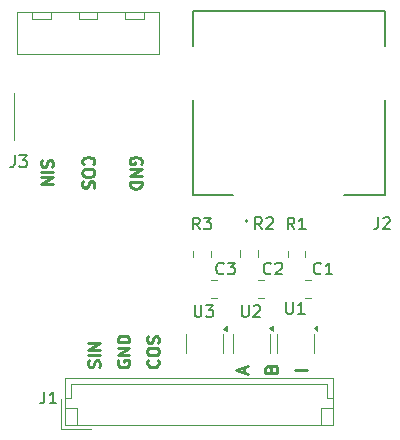
<source format=gbr>
%TF.GenerationSoftware,KiCad,Pcbnew,8.0.5*%
%TF.CreationDate,2024-12-09T20:18:44-08:00*%
%TF.ProjectId,Motor_Adapt_C,4d6f746f-725f-4416-9461-70745f432e6b,rev?*%
%TF.SameCoordinates,Original*%
%TF.FileFunction,Legend,Top*%
%TF.FilePolarity,Positive*%
%FSLAX46Y46*%
G04 Gerber Fmt 4.6, Leading zero omitted, Abs format (unit mm)*
G04 Created by KiCad (PCBNEW 8.0.5) date 2024-12-09 20:18:44*
%MOMM*%
%LPD*%
G01*
G04 APERTURE LIST*
%ADD10C,0.250000*%
%ADD11C,0.150000*%
%ADD12C,0.120000*%
%ADD13C,0.127000*%
%ADD14C,0.200000*%
G04 APERTURE END LIST*
D10*
X48578904Y-75395050D02*
X48578904Y-74918860D01*
X48864619Y-75490288D02*
X47864619Y-75156955D01*
X47864619Y-75156955D02*
X48864619Y-74823622D01*
X31433000Y-57354949D02*
X31385380Y-57497806D01*
X31385380Y-57497806D02*
X31385380Y-57735901D01*
X31385380Y-57735901D02*
X31433000Y-57831139D01*
X31433000Y-57831139D02*
X31480619Y-57878758D01*
X31480619Y-57878758D02*
X31575857Y-57926377D01*
X31575857Y-57926377D02*
X31671095Y-57926377D01*
X31671095Y-57926377D02*
X31766333Y-57878758D01*
X31766333Y-57878758D02*
X31813952Y-57831139D01*
X31813952Y-57831139D02*
X31861571Y-57735901D01*
X31861571Y-57735901D02*
X31909190Y-57545425D01*
X31909190Y-57545425D02*
X31956809Y-57450187D01*
X31956809Y-57450187D02*
X32004428Y-57402568D01*
X32004428Y-57402568D02*
X32099666Y-57354949D01*
X32099666Y-57354949D02*
X32194904Y-57354949D01*
X32194904Y-57354949D02*
X32290142Y-57402568D01*
X32290142Y-57402568D02*
X32337761Y-57450187D01*
X32337761Y-57450187D02*
X32385380Y-57545425D01*
X32385380Y-57545425D02*
X32385380Y-57783520D01*
X32385380Y-57783520D02*
X32337761Y-57926377D01*
X31385380Y-58354949D02*
X32385380Y-58354949D01*
X31385380Y-58831139D02*
X32385380Y-58831139D01*
X32385380Y-58831139D02*
X31385380Y-59402567D01*
X31385380Y-59402567D02*
X32385380Y-59402567D01*
X53864619Y-75097431D02*
X52864619Y-75097431D01*
X41269380Y-74276003D02*
X41317000Y-74323622D01*
X41317000Y-74323622D02*
X41364619Y-74466479D01*
X41364619Y-74466479D02*
X41364619Y-74561717D01*
X41364619Y-74561717D02*
X41317000Y-74704574D01*
X41317000Y-74704574D02*
X41221761Y-74799812D01*
X41221761Y-74799812D02*
X41126523Y-74847431D01*
X41126523Y-74847431D02*
X40936047Y-74895050D01*
X40936047Y-74895050D02*
X40793190Y-74895050D01*
X40793190Y-74895050D02*
X40602714Y-74847431D01*
X40602714Y-74847431D02*
X40507476Y-74799812D01*
X40507476Y-74799812D02*
X40412238Y-74704574D01*
X40412238Y-74704574D02*
X40364619Y-74561717D01*
X40364619Y-74561717D02*
X40364619Y-74466479D01*
X40364619Y-74466479D02*
X40412238Y-74323622D01*
X40412238Y-74323622D02*
X40459857Y-74276003D01*
X40364619Y-73656955D02*
X40364619Y-73466479D01*
X40364619Y-73466479D02*
X40412238Y-73371241D01*
X40412238Y-73371241D02*
X40507476Y-73276003D01*
X40507476Y-73276003D02*
X40697952Y-73228384D01*
X40697952Y-73228384D02*
X41031285Y-73228384D01*
X41031285Y-73228384D02*
X41221761Y-73276003D01*
X41221761Y-73276003D02*
X41317000Y-73371241D01*
X41317000Y-73371241D02*
X41364619Y-73466479D01*
X41364619Y-73466479D02*
X41364619Y-73656955D01*
X41364619Y-73656955D02*
X41317000Y-73752193D01*
X41317000Y-73752193D02*
X41221761Y-73847431D01*
X41221761Y-73847431D02*
X41031285Y-73895050D01*
X41031285Y-73895050D02*
X40697952Y-73895050D01*
X40697952Y-73895050D02*
X40507476Y-73847431D01*
X40507476Y-73847431D02*
X40412238Y-73752193D01*
X40412238Y-73752193D02*
X40364619Y-73656955D01*
X41317000Y-72847431D02*
X41364619Y-72704574D01*
X41364619Y-72704574D02*
X41364619Y-72466479D01*
X41364619Y-72466479D02*
X41317000Y-72371241D01*
X41317000Y-72371241D02*
X41269380Y-72323622D01*
X41269380Y-72323622D02*
X41174142Y-72276003D01*
X41174142Y-72276003D02*
X41078904Y-72276003D01*
X41078904Y-72276003D02*
X40983666Y-72323622D01*
X40983666Y-72323622D02*
X40936047Y-72371241D01*
X40936047Y-72371241D02*
X40888428Y-72466479D01*
X40888428Y-72466479D02*
X40840809Y-72656955D01*
X40840809Y-72656955D02*
X40793190Y-72752193D01*
X40793190Y-72752193D02*
X40745571Y-72799812D01*
X40745571Y-72799812D02*
X40650333Y-72847431D01*
X40650333Y-72847431D02*
X40555095Y-72847431D01*
X40555095Y-72847431D02*
X40459857Y-72799812D01*
X40459857Y-72799812D02*
X40412238Y-72752193D01*
X40412238Y-72752193D02*
X40364619Y-72656955D01*
X40364619Y-72656955D02*
X40364619Y-72418860D01*
X40364619Y-72418860D02*
X40412238Y-72276003D01*
X37912238Y-74323622D02*
X37864619Y-74418860D01*
X37864619Y-74418860D02*
X37864619Y-74561717D01*
X37864619Y-74561717D02*
X37912238Y-74704574D01*
X37912238Y-74704574D02*
X38007476Y-74799812D01*
X38007476Y-74799812D02*
X38102714Y-74847431D01*
X38102714Y-74847431D02*
X38293190Y-74895050D01*
X38293190Y-74895050D02*
X38436047Y-74895050D01*
X38436047Y-74895050D02*
X38626523Y-74847431D01*
X38626523Y-74847431D02*
X38721761Y-74799812D01*
X38721761Y-74799812D02*
X38817000Y-74704574D01*
X38817000Y-74704574D02*
X38864619Y-74561717D01*
X38864619Y-74561717D02*
X38864619Y-74466479D01*
X38864619Y-74466479D02*
X38817000Y-74323622D01*
X38817000Y-74323622D02*
X38769380Y-74276003D01*
X38769380Y-74276003D02*
X38436047Y-74276003D01*
X38436047Y-74276003D02*
X38436047Y-74466479D01*
X38864619Y-73847431D02*
X37864619Y-73847431D01*
X37864619Y-73847431D02*
X38864619Y-73276003D01*
X38864619Y-73276003D02*
X37864619Y-73276003D01*
X38864619Y-72799812D02*
X37864619Y-72799812D01*
X37864619Y-72799812D02*
X37864619Y-72561717D01*
X37864619Y-72561717D02*
X37912238Y-72418860D01*
X37912238Y-72418860D02*
X38007476Y-72323622D01*
X38007476Y-72323622D02*
X38102714Y-72276003D01*
X38102714Y-72276003D02*
X38293190Y-72228384D01*
X38293190Y-72228384D02*
X38436047Y-72228384D01*
X38436047Y-72228384D02*
X38626523Y-72276003D01*
X38626523Y-72276003D02*
X38721761Y-72323622D01*
X38721761Y-72323622D02*
X38817000Y-72418860D01*
X38817000Y-72418860D02*
X38864619Y-72561717D01*
X38864619Y-72561717D02*
X38864619Y-72799812D01*
X39837761Y-57676377D02*
X39885380Y-57581139D01*
X39885380Y-57581139D02*
X39885380Y-57438282D01*
X39885380Y-57438282D02*
X39837761Y-57295425D01*
X39837761Y-57295425D02*
X39742523Y-57200187D01*
X39742523Y-57200187D02*
X39647285Y-57152568D01*
X39647285Y-57152568D02*
X39456809Y-57104949D01*
X39456809Y-57104949D02*
X39313952Y-57104949D01*
X39313952Y-57104949D02*
X39123476Y-57152568D01*
X39123476Y-57152568D02*
X39028238Y-57200187D01*
X39028238Y-57200187D02*
X38933000Y-57295425D01*
X38933000Y-57295425D02*
X38885380Y-57438282D01*
X38885380Y-57438282D02*
X38885380Y-57533520D01*
X38885380Y-57533520D02*
X38933000Y-57676377D01*
X38933000Y-57676377D02*
X38980619Y-57723996D01*
X38980619Y-57723996D02*
X39313952Y-57723996D01*
X39313952Y-57723996D02*
X39313952Y-57533520D01*
X38885380Y-58152568D02*
X39885380Y-58152568D01*
X39885380Y-58152568D02*
X38885380Y-58723996D01*
X38885380Y-58723996D02*
X39885380Y-58723996D01*
X38885380Y-59200187D02*
X39885380Y-59200187D01*
X39885380Y-59200187D02*
X39885380Y-59438282D01*
X39885380Y-59438282D02*
X39837761Y-59581139D01*
X39837761Y-59581139D02*
X39742523Y-59676377D01*
X39742523Y-59676377D02*
X39647285Y-59723996D01*
X39647285Y-59723996D02*
X39456809Y-59771615D01*
X39456809Y-59771615D02*
X39313952Y-59771615D01*
X39313952Y-59771615D02*
X39123476Y-59723996D01*
X39123476Y-59723996D02*
X39028238Y-59676377D01*
X39028238Y-59676377D02*
X38933000Y-59581139D01*
X38933000Y-59581139D02*
X38885380Y-59438282D01*
X38885380Y-59438282D02*
X38885380Y-59200187D01*
X34980619Y-57723996D02*
X34933000Y-57676377D01*
X34933000Y-57676377D02*
X34885380Y-57533520D01*
X34885380Y-57533520D02*
X34885380Y-57438282D01*
X34885380Y-57438282D02*
X34933000Y-57295425D01*
X34933000Y-57295425D02*
X35028238Y-57200187D01*
X35028238Y-57200187D02*
X35123476Y-57152568D01*
X35123476Y-57152568D02*
X35313952Y-57104949D01*
X35313952Y-57104949D02*
X35456809Y-57104949D01*
X35456809Y-57104949D02*
X35647285Y-57152568D01*
X35647285Y-57152568D02*
X35742523Y-57200187D01*
X35742523Y-57200187D02*
X35837761Y-57295425D01*
X35837761Y-57295425D02*
X35885380Y-57438282D01*
X35885380Y-57438282D02*
X35885380Y-57533520D01*
X35885380Y-57533520D02*
X35837761Y-57676377D01*
X35837761Y-57676377D02*
X35790142Y-57723996D01*
X35885380Y-58343044D02*
X35885380Y-58533520D01*
X35885380Y-58533520D02*
X35837761Y-58628758D01*
X35837761Y-58628758D02*
X35742523Y-58723996D01*
X35742523Y-58723996D02*
X35552047Y-58771615D01*
X35552047Y-58771615D02*
X35218714Y-58771615D01*
X35218714Y-58771615D02*
X35028238Y-58723996D01*
X35028238Y-58723996D02*
X34933000Y-58628758D01*
X34933000Y-58628758D02*
X34885380Y-58533520D01*
X34885380Y-58533520D02*
X34885380Y-58343044D01*
X34885380Y-58343044D02*
X34933000Y-58247806D01*
X34933000Y-58247806D02*
X35028238Y-58152568D01*
X35028238Y-58152568D02*
X35218714Y-58104949D01*
X35218714Y-58104949D02*
X35552047Y-58104949D01*
X35552047Y-58104949D02*
X35742523Y-58152568D01*
X35742523Y-58152568D02*
X35837761Y-58247806D01*
X35837761Y-58247806D02*
X35885380Y-58343044D01*
X34933000Y-59152568D02*
X34885380Y-59295425D01*
X34885380Y-59295425D02*
X34885380Y-59533520D01*
X34885380Y-59533520D02*
X34933000Y-59628758D01*
X34933000Y-59628758D02*
X34980619Y-59676377D01*
X34980619Y-59676377D02*
X35075857Y-59723996D01*
X35075857Y-59723996D02*
X35171095Y-59723996D01*
X35171095Y-59723996D02*
X35266333Y-59676377D01*
X35266333Y-59676377D02*
X35313952Y-59628758D01*
X35313952Y-59628758D02*
X35361571Y-59533520D01*
X35361571Y-59533520D02*
X35409190Y-59343044D01*
X35409190Y-59343044D02*
X35456809Y-59247806D01*
X35456809Y-59247806D02*
X35504428Y-59200187D01*
X35504428Y-59200187D02*
X35599666Y-59152568D01*
X35599666Y-59152568D02*
X35694904Y-59152568D01*
X35694904Y-59152568D02*
X35790142Y-59200187D01*
X35790142Y-59200187D02*
X35837761Y-59247806D01*
X35837761Y-59247806D02*
X35885380Y-59343044D01*
X35885380Y-59343044D02*
X35885380Y-59581139D01*
X35885380Y-59581139D02*
X35837761Y-59723996D01*
X36317000Y-74895050D02*
X36364619Y-74752193D01*
X36364619Y-74752193D02*
X36364619Y-74514098D01*
X36364619Y-74514098D02*
X36317000Y-74418860D01*
X36317000Y-74418860D02*
X36269380Y-74371241D01*
X36269380Y-74371241D02*
X36174142Y-74323622D01*
X36174142Y-74323622D02*
X36078904Y-74323622D01*
X36078904Y-74323622D02*
X35983666Y-74371241D01*
X35983666Y-74371241D02*
X35936047Y-74418860D01*
X35936047Y-74418860D02*
X35888428Y-74514098D01*
X35888428Y-74514098D02*
X35840809Y-74704574D01*
X35840809Y-74704574D02*
X35793190Y-74799812D01*
X35793190Y-74799812D02*
X35745571Y-74847431D01*
X35745571Y-74847431D02*
X35650333Y-74895050D01*
X35650333Y-74895050D02*
X35555095Y-74895050D01*
X35555095Y-74895050D02*
X35459857Y-74847431D01*
X35459857Y-74847431D02*
X35412238Y-74799812D01*
X35412238Y-74799812D02*
X35364619Y-74704574D01*
X35364619Y-74704574D02*
X35364619Y-74466479D01*
X35364619Y-74466479D02*
X35412238Y-74323622D01*
X36364619Y-73895050D02*
X35364619Y-73895050D01*
X36364619Y-73418860D02*
X35364619Y-73418860D01*
X35364619Y-73418860D02*
X36364619Y-72847432D01*
X36364619Y-72847432D02*
X35364619Y-72847432D01*
X50840809Y-75014098D02*
X50888428Y-74871241D01*
X50888428Y-74871241D02*
X50936047Y-74823622D01*
X50936047Y-74823622D02*
X51031285Y-74776003D01*
X51031285Y-74776003D02*
X51174142Y-74776003D01*
X51174142Y-74776003D02*
X51269380Y-74823622D01*
X51269380Y-74823622D02*
X51317000Y-74871241D01*
X51317000Y-74871241D02*
X51364619Y-74966479D01*
X51364619Y-74966479D02*
X51364619Y-75347431D01*
X51364619Y-75347431D02*
X50364619Y-75347431D01*
X50364619Y-75347431D02*
X50364619Y-75014098D01*
X50364619Y-75014098D02*
X50412238Y-74918860D01*
X50412238Y-74918860D02*
X50459857Y-74871241D01*
X50459857Y-74871241D02*
X50555095Y-74823622D01*
X50555095Y-74823622D02*
X50650333Y-74823622D01*
X50650333Y-74823622D02*
X50745571Y-74871241D01*
X50745571Y-74871241D02*
X50793190Y-74918860D01*
X50793190Y-74918860D02*
X50840809Y-75014098D01*
X50840809Y-75014098D02*
X50840809Y-75347431D01*
D11*
X52833333Y-63224819D02*
X52500000Y-62748628D01*
X52261905Y-63224819D02*
X52261905Y-62224819D01*
X52261905Y-62224819D02*
X52642857Y-62224819D01*
X52642857Y-62224819D02*
X52738095Y-62272438D01*
X52738095Y-62272438D02*
X52785714Y-62320057D01*
X52785714Y-62320057D02*
X52833333Y-62415295D01*
X52833333Y-62415295D02*
X52833333Y-62558152D01*
X52833333Y-62558152D02*
X52785714Y-62653390D01*
X52785714Y-62653390D02*
X52738095Y-62701009D01*
X52738095Y-62701009D02*
X52642857Y-62748628D01*
X52642857Y-62748628D02*
X52261905Y-62748628D01*
X53785714Y-63224819D02*
X53214286Y-63224819D01*
X53500000Y-63224819D02*
X53500000Y-62224819D01*
X53500000Y-62224819D02*
X53404762Y-62367676D01*
X53404762Y-62367676D02*
X53309524Y-62462914D01*
X53309524Y-62462914D02*
X53214286Y-62510533D01*
X46833333Y-66949580D02*
X46785714Y-66997200D01*
X46785714Y-66997200D02*
X46642857Y-67044819D01*
X46642857Y-67044819D02*
X46547619Y-67044819D01*
X46547619Y-67044819D02*
X46404762Y-66997200D01*
X46404762Y-66997200D02*
X46309524Y-66901961D01*
X46309524Y-66901961D02*
X46261905Y-66806723D01*
X46261905Y-66806723D02*
X46214286Y-66616247D01*
X46214286Y-66616247D02*
X46214286Y-66473390D01*
X46214286Y-66473390D02*
X46261905Y-66282914D01*
X46261905Y-66282914D02*
X46309524Y-66187676D01*
X46309524Y-66187676D02*
X46404762Y-66092438D01*
X46404762Y-66092438D02*
X46547619Y-66044819D01*
X46547619Y-66044819D02*
X46642857Y-66044819D01*
X46642857Y-66044819D02*
X46785714Y-66092438D01*
X46785714Y-66092438D02*
X46833333Y-66140057D01*
X47166667Y-66044819D02*
X47785714Y-66044819D01*
X47785714Y-66044819D02*
X47452381Y-66425771D01*
X47452381Y-66425771D02*
X47595238Y-66425771D01*
X47595238Y-66425771D02*
X47690476Y-66473390D01*
X47690476Y-66473390D02*
X47738095Y-66521009D01*
X47738095Y-66521009D02*
X47785714Y-66616247D01*
X47785714Y-66616247D02*
X47785714Y-66854342D01*
X47785714Y-66854342D02*
X47738095Y-66949580D01*
X47738095Y-66949580D02*
X47690476Y-66997200D01*
X47690476Y-66997200D02*
X47595238Y-67044819D01*
X47595238Y-67044819D02*
X47309524Y-67044819D01*
X47309524Y-67044819D02*
X47214286Y-66997200D01*
X47214286Y-66997200D02*
X47166667Y-66949580D01*
X59916666Y-62204819D02*
X59916666Y-62919104D01*
X59916666Y-62919104D02*
X59869047Y-63061961D01*
X59869047Y-63061961D02*
X59773809Y-63157200D01*
X59773809Y-63157200D02*
X59630952Y-63204819D01*
X59630952Y-63204819D02*
X59535714Y-63204819D01*
X60345238Y-62300057D02*
X60392857Y-62252438D01*
X60392857Y-62252438D02*
X60488095Y-62204819D01*
X60488095Y-62204819D02*
X60726190Y-62204819D01*
X60726190Y-62204819D02*
X60821428Y-62252438D01*
X60821428Y-62252438D02*
X60869047Y-62300057D01*
X60869047Y-62300057D02*
X60916666Y-62395295D01*
X60916666Y-62395295D02*
X60916666Y-62490533D01*
X60916666Y-62490533D02*
X60869047Y-62633390D01*
X60869047Y-62633390D02*
X60297619Y-63204819D01*
X60297619Y-63204819D02*
X60916666Y-63204819D01*
X52125595Y-69379819D02*
X52125595Y-70189342D01*
X52125595Y-70189342D02*
X52173214Y-70284580D01*
X52173214Y-70284580D02*
X52220833Y-70332200D01*
X52220833Y-70332200D02*
X52316071Y-70379819D01*
X52316071Y-70379819D02*
X52506547Y-70379819D01*
X52506547Y-70379819D02*
X52601785Y-70332200D01*
X52601785Y-70332200D02*
X52649404Y-70284580D01*
X52649404Y-70284580D02*
X52697023Y-70189342D01*
X52697023Y-70189342D02*
X52697023Y-69379819D01*
X53697023Y-70379819D02*
X53125595Y-70379819D01*
X53411309Y-70379819D02*
X53411309Y-69379819D01*
X53411309Y-69379819D02*
X53316071Y-69522676D01*
X53316071Y-69522676D02*
X53220833Y-69617914D01*
X53220833Y-69617914D02*
X53125595Y-69665533D01*
X48375595Y-69629819D02*
X48375595Y-70439342D01*
X48375595Y-70439342D02*
X48423214Y-70534580D01*
X48423214Y-70534580D02*
X48470833Y-70582200D01*
X48470833Y-70582200D02*
X48566071Y-70629819D01*
X48566071Y-70629819D02*
X48756547Y-70629819D01*
X48756547Y-70629819D02*
X48851785Y-70582200D01*
X48851785Y-70582200D02*
X48899404Y-70534580D01*
X48899404Y-70534580D02*
X48947023Y-70439342D01*
X48947023Y-70439342D02*
X48947023Y-69629819D01*
X49375595Y-69725057D02*
X49423214Y-69677438D01*
X49423214Y-69677438D02*
X49518452Y-69629819D01*
X49518452Y-69629819D02*
X49756547Y-69629819D01*
X49756547Y-69629819D02*
X49851785Y-69677438D01*
X49851785Y-69677438D02*
X49899404Y-69725057D01*
X49899404Y-69725057D02*
X49947023Y-69820295D01*
X49947023Y-69820295D02*
X49947023Y-69915533D01*
X49947023Y-69915533D02*
X49899404Y-70058390D01*
X49899404Y-70058390D02*
X49327976Y-70629819D01*
X49327976Y-70629819D02*
X49947023Y-70629819D01*
X55083333Y-66949580D02*
X55035714Y-66997200D01*
X55035714Y-66997200D02*
X54892857Y-67044819D01*
X54892857Y-67044819D02*
X54797619Y-67044819D01*
X54797619Y-67044819D02*
X54654762Y-66997200D01*
X54654762Y-66997200D02*
X54559524Y-66901961D01*
X54559524Y-66901961D02*
X54511905Y-66806723D01*
X54511905Y-66806723D02*
X54464286Y-66616247D01*
X54464286Y-66616247D02*
X54464286Y-66473390D01*
X54464286Y-66473390D02*
X54511905Y-66282914D01*
X54511905Y-66282914D02*
X54559524Y-66187676D01*
X54559524Y-66187676D02*
X54654762Y-66092438D01*
X54654762Y-66092438D02*
X54797619Y-66044819D01*
X54797619Y-66044819D02*
X54892857Y-66044819D01*
X54892857Y-66044819D02*
X55035714Y-66092438D01*
X55035714Y-66092438D02*
X55083333Y-66140057D01*
X56035714Y-67044819D02*
X55464286Y-67044819D01*
X55750000Y-67044819D02*
X55750000Y-66044819D01*
X55750000Y-66044819D02*
X55654762Y-66187676D01*
X55654762Y-66187676D02*
X55559524Y-66282914D01*
X55559524Y-66282914D02*
X55464286Y-66330533D01*
X44833333Y-63224819D02*
X44500000Y-62748628D01*
X44261905Y-63224819D02*
X44261905Y-62224819D01*
X44261905Y-62224819D02*
X44642857Y-62224819D01*
X44642857Y-62224819D02*
X44738095Y-62272438D01*
X44738095Y-62272438D02*
X44785714Y-62320057D01*
X44785714Y-62320057D02*
X44833333Y-62415295D01*
X44833333Y-62415295D02*
X44833333Y-62558152D01*
X44833333Y-62558152D02*
X44785714Y-62653390D01*
X44785714Y-62653390D02*
X44738095Y-62701009D01*
X44738095Y-62701009D02*
X44642857Y-62748628D01*
X44642857Y-62748628D02*
X44261905Y-62748628D01*
X45166667Y-62224819D02*
X45785714Y-62224819D01*
X45785714Y-62224819D02*
X45452381Y-62605771D01*
X45452381Y-62605771D02*
X45595238Y-62605771D01*
X45595238Y-62605771D02*
X45690476Y-62653390D01*
X45690476Y-62653390D02*
X45738095Y-62701009D01*
X45738095Y-62701009D02*
X45785714Y-62796247D01*
X45785714Y-62796247D02*
X45785714Y-63034342D01*
X45785714Y-63034342D02*
X45738095Y-63129580D01*
X45738095Y-63129580D02*
X45690476Y-63177200D01*
X45690476Y-63177200D02*
X45595238Y-63224819D01*
X45595238Y-63224819D02*
X45309524Y-63224819D01*
X45309524Y-63224819D02*
X45214286Y-63177200D01*
X45214286Y-63177200D02*
X45166667Y-63129580D01*
X29166666Y-56954819D02*
X29166666Y-57669104D01*
X29166666Y-57669104D02*
X29119047Y-57811961D01*
X29119047Y-57811961D02*
X29023809Y-57907200D01*
X29023809Y-57907200D02*
X28880952Y-57954819D01*
X28880952Y-57954819D02*
X28785714Y-57954819D01*
X29547619Y-56954819D02*
X30166666Y-56954819D01*
X30166666Y-56954819D02*
X29833333Y-57335771D01*
X29833333Y-57335771D02*
X29976190Y-57335771D01*
X29976190Y-57335771D02*
X30071428Y-57383390D01*
X30071428Y-57383390D02*
X30119047Y-57431009D01*
X30119047Y-57431009D02*
X30166666Y-57526247D01*
X30166666Y-57526247D02*
X30166666Y-57764342D01*
X30166666Y-57764342D02*
X30119047Y-57859580D01*
X30119047Y-57859580D02*
X30071428Y-57907200D01*
X30071428Y-57907200D02*
X29976190Y-57954819D01*
X29976190Y-57954819D02*
X29690476Y-57954819D01*
X29690476Y-57954819D02*
X29595238Y-57907200D01*
X29595238Y-57907200D02*
X29547619Y-57859580D01*
X31666666Y-76954819D02*
X31666666Y-77669104D01*
X31666666Y-77669104D02*
X31619047Y-77811961D01*
X31619047Y-77811961D02*
X31523809Y-77907200D01*
X31523809Y-77907200D02*
X31380952Y-77954819D01*
X31380952Y-77954819D02*
X31285714Y-77954819D01*
X32666666Y-77954819D02*
X32095238Y-77954819D01*
X32380952Y-77954819D02*
X32380952Y-76954819D01*
X32380952Y-76954819D02*
X32285714Y-77097676D01*
X32285714Y-77097676D02*
X32190476Y-77192914D01*
X32190476Y-77192914D02*
X32095238Y-77240533D01*
X50083333Y-63204819D02*
X49750000Y-62728628D01*
X49511905Y-63204819D02*
X49511905Y-62204819D01*
X49511905Y-62204819D02*
X49892857Y-62204819D01*
X49892857Y-62204819D02*
X49988095Y-62252438D01*
X49988095Y-62252438D02*
X50035714Y-62300057D01*
X50035714Y-62300057D02*
X50083333Y-62395295D01*
X50083333Y-62395295D02*
X50083333Y-62538152D01*
X50083333Y-62538152D02*
X50035714Y-62633390D01*
X50035714Y-62633390D02*
X49988095Y-62681009D01*
X49988095Y-62681009D02*
X49892857Y-62728628D01*
X49892857Y-62728628D02*
X49511905Y-62728628D01*
X50464286Y-62300057D02*
X50511905Y-62252438D01*
X50511905Y-62252438D02*
X50607143Y-62204819D01*
X50607143Y-62204819D02*
X50845238Y-62204819D01*
X50845238Y-62204819D02*
X50940476Y-62252438D01*
X50940476Y-62252438D02*
X50988095Y-62300057D01*
X50988095Y-62300057D02*
X51035714Y-62395295D01*
X51035714Y-62395295D02*
X51035714Y-62490533D01*
X51035714Y-62490533D02*
X50988095Y-62633390D01*
X50988095Y-62633390D02*
X50416667Y-63204819D01*
X50416667Y-63204819D02*
X51035714Y-63204819D01*
X50833333Y-66949580D02*
X50785714Y-66997200D01*
X50785714Y-66997200D02*
X50642857Y-67044819D01*
X50642857Y-67044819D02*
X50547619Y-67044819D01*
X50547619Y-67044819D02*
X50404762Y-66997200D01*
X50404762Y-66997200D02*
X50309524Y-66901961D01*
X50309524Y-66901961D02*
X50261905Y-66806723D01*
X50261905Y-66806723D02*
X50214286Y-66616247D01*
X50214286Y-66616247D02*
X50214286Y-66473390D01*
X50214286Y-66473390D02*
X50261905Y-66282914D01*
X50261905Y-66282914D02*
X50309524Y-66187676D01*
X50309524Y-66187676D02*
X50404762Y-66092438D01*
X50404762Y-66092438D02*
X50547619Y-66044819D01*
X50547619Y-66044819D02*
X50642857Y-66044819D01*
X50642857Y-66044819D02*
X50785714Y-66092438D01*
X50785714Y-66092438D02*
X50833333Y-66140057D01*
X51214286Y-66140057D02*
X51261905Y-66092438D01*
X51261905Y-66092438D02*
X51357143Y-66044819D01*
X51357143Y-66044819D02*
X51595238Y-66044819D01*
X51595238Y-66044819D02*
X51690476Y-66092438D01*
X51690476Y-66092438D02*
X51738095Y-66140057D01*
X51738095Y-66140057D02*
X51785714Y-66235295D01*
X51785714Y-66235295D02*
X51785714Y-66330533D01*
X51785714Y-66330533D02*
X51738095Y-66473390D01*
X51738095Y-66473390D02*
X51166667Y-67044819D01*
X51166667Y-67044819D02*
X51785714Y-67044819D01*
X44375595Y-69629819D02*
X44375595Y-70439342D01*
X44375595Y-70439342D02*
X44423214Y-70534580D01*
X44423214Y-70534580D02*
X44470833Y-70582200D01*
X44470833Y-70582200D02*
X44566071Y-70629819D01*
X44566071Y-70629819D02*
X44756547Y-70629819D01*
X44756547Y-70629819D02*
X44851785Y-70582200D01*
X44851785Y-70582200D02*
X44899404Y-70534580D01*
X44899404Y-70534580D02*
X44947023Y-70439342D01*
X44947023Y-70439342D02*
X44947023Y-69629819D01*
X45327976Y-69629819D02*
X45947023Y-69629819D01*
X45947023Y-69629819D02*
X45613690Y-70010771D01*
X45613690Y-70010771D02*
X45756547Y-70010771D01*
X45756547Y-70010771D02*
X45851785Y-70058390D01*
X45851785Y-70058390D02*
X45899404Y-70106009D01*
X45899404Y-70106009D02*
X45947023Y-70201247D01*
X45947023Y-70201247D02*
X45947023Y-70439342D01*
X45947023Y-70439342D02*
X45899404Y-70534580D01*
X45899404Y-70534580D02*
X45851785Y-70582200D01*
X45851785Y-70582200D02*
X45756547Y-70629819D01*
X45756547Y-70629819D02*
X45470833Y-70629819D01*
X45470833Y-70629819D02*
X45375595Y-70582200D01*
X45375595Y-70582200D02*
X45327976Y-70534580D01*
D12*
%TO.C,R1*%
X52265000Y-65046248D02*
X52265000Y-65568752D01*
X53735000Y-65046248D02*
X53735000Y-65568752D01*
%TO.C,C3*%
X45738748Y-67535000D02*
X46261252Y-67535000D01*
X45738748Y-69005000D02*
X46261252Y-69005000D01*
D13*
%TO.C,J2*%
X44220000Y-44720000D02*
X44220000Y-47730000D01*
X44220000Y-52270000D02*
X44220000Y-60340000D01*
X44220000Y-60340000D02*
X47650000Y-60340000D01*
X57050000Y-60340000D02*
X60480000Y-60340000D01*
X60480000Y-44720000D02*
X44220000Y-44720000D01*
X60480000Y-44720000D02*
X60480000Y-47730000D01*
X60480000Y-60340000D02*
X60480000Y-52270000D01*
D14*
X48880000Y-62505000D02*
G75*
G02*
X48680000Y-62505000I-100000J0D01*
G01*
X48680000Y-62505000D02*
G75*
G02*
X48880000Y-62505000I100000J0D01*
G01*
D12*
%TO.C,U1*%
X51377500Y-72912500D02*
X51377500Y-72112500D01*
X51377500Y-72912500D02*
X51377500Y-73712500D01*
X54497500Y-72912500D02*
X54497500Y-72112500D01*
X54497500Y-72912500D02*
X54497500Y-73712500D01*
X54777500Y-71852500D02*
X54447500Y-71612500D01*
X54777500Y-71372500D01*
X54777500Y-71852500D01*
G36*
X54777500Y-71852500D02*
G01*
X54447500Y-71612500D01*
X54777500Y-71372500D01*
X54777500Y-71852500D01*
G37*
%TO.C,U2*%
X47627500Y-72912500D02*
X47627500Y-72112500D01*
X47627500Y-72912500D02*
X47627500Y-73712500D01*
X50747500Y-72912500D02*
X50747500Y-72112500D01*
X50747500Y-72912500D02*
X50747500Y-73712500D01*
X51027500Y-71852500D02*
X50697500Y-71612500D01*
X51027500Y-71372500D01*
X51027500Y-71852500D01*
G36*
X51027500Y-71852500D02*
G01*
X50697500Y-71612500D01*
X51027500Y-71372500D01*
X51027500Y-71852500D01*
G37*
%TO.C,C1*%
X53738748Y-67535000D02*
X54261252Y-67535000D01*
X53738748Y-69005000D02*
X54261252Y-69005000D01*
%TO.C,R3*%
X44265000Y-65046248D02*
X44265000Y-65568752D01*
X45735000Y-65046248D02*
X45735000Y-65568752D01*
%TO.C,J3*%
X29085000Y-51655000D02*
X29085000Y-55655000D01*
X29375000Y-44835000D02*
X41325000Y-44835000D01*
X29375000Y-48355000D02*
X29375000Y-44835000D01*
X30590000Y-44835000D02*
X30590000Y-45435000D01*
X30590000Y-45435000D02*
X32190000Y-45435000D01*
X32190000Y-45435000D02*
X32190000Y-44835000D01*
X34550000Y-44835000D02*
X34550000Y-45435000D01*
X34550000Y-45435000D02*
X36150000Y-45435000D01*
X36150000Y-45435000D02*
X36150000Y-44835000D01*
X38510000Y-44835000D02*
X38510000Y-45435000D01*
X38510000Y-45435000D02*
X40110000Y-45435000D01*
X40110000Y-45435000D02*
X40110000Y-44835000D01*
X41325000Y-44835000D02*
X41325000Y-48355000D01*
X41325000Y-48355000D02*
X29375000Y-48355000D01*
%TO.C,J1*%
X33090000Y-77610000D02*
X33090000Y-80110000D01*
X33090000Y-80110000D02*
X35590000Y-80110000D01*
X33390000Y-75790000D02*
X33390000Y-79810000D01*
X33390000Y-77500000D02*
X33890000Y-77500000D01*
X33390000Y-78310000D02*
X34390000Y-78310000D01*
X33390000Y-79810000D02*
X56110000Y-79810000D01*
X33890000Y-76290000D02*
X55610000Y-76290000D01*
X33890000Y-77500000D02*
X33890000Y-76290000D01*
X34390000Y-78310000D02*
X34390000Y-79810000D01*
X55110000Y-78310000D02*
X55110000Y-79810000D01*
X55610000Y-76290000D02*
X55610000Y-77500000D01*
X55610000Y-77500000D02*
X56110000Y-77500000D01*
X56110000Y-75790000D02*
X33390000Y-75790000D01*
X56110000Y-78310000D02*
X55110000Y-78310000D01*
X56110000Y-79810000D02*
X56110000Y-75790000D01*
%TO.C,R2*%
X48265000Y-65008748D02*
X48265000Y-65531252D01*
X49735000Y-65008748D02*
X49735000Y-65531252D01*
%TO.C,C2*%
X49738748Y-67535000D02*
X50261252Y-67535000D01*
X49738748Y-69005000D02*
X50261252Y-69005000D01*
%TO.C,U3*%
X43690000Y-72925000D02*
X43690000Y-72125000D01*
X43690000Y-72925000D02*
X43690000Y-73725000D01*
X46810000Y-72925000D02*
X46810000Y-72125000D01*
X46810000Y-72925000D02*
X46810000Y-73725000D01*
X47090000Y-71865000D02*
X46760000Y-71625000D01*
X47090000Y-71385000D01*
X47090000Y-71865000D01*
G36*
X47090000Y-71865000D02*
G01*
X46760000Y-71625000D01*
X47090000Y-71385000D01*
X47090000Y-71865000D01*
G37*
%TD*%
M02*

</source>
